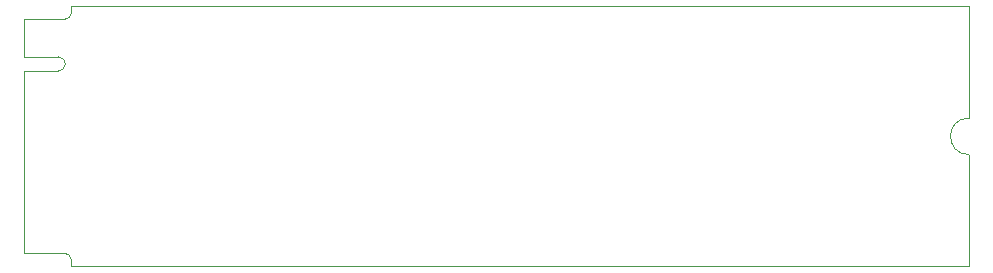
<source format=gm1>
G04 #@! TF.GenerationSoftware,KiCad,Pcbnew,(6.0.5)*
G04 #@! TF.CreationDate,2022-10-29T18:05:08-03:00*
G04 #@! TF.ProjectId,m2sata,6d327361-7461-42e6-9b69-6361645f7063,rev?*
G04 #@! TF.SameCoordinates,PXa9657a8PY54e0840*
G04 #@! TF.FileFunction,Profile,NP*
%FSLAX46Y46*%
G04 Gerber Fmt 4.6, Leading zero omitted, Abs format (unit mm)*
G04 Created by KiCad (PCBNEW (6.0.5)) date 2022-10-29 18:05:08*
%MOMM*%
%LPD*%
G01*
G04 APERTURE LIST*
G04 #@! TA.AperFunction,Profile*
%ADD10C,0.050000*%
G04 #@! TD*
G04 APERTURE END LIST*
D10*
X-76000000Y-22000000D02*
X0Y-22000000D01*
X0Y-22000000D02*
X0Y-12550000D01*
X0Y-9450000D02*
X0Y0D01*
X0Y0D02*
X-76000000Y0D01*
X0Y-9450000D02*
G75*
G03*
X0Y-12550000I0J-1550000D01*
G01*
X-77100000Y-5475000D02*
X-80000000Y-5475000D01*
X-80000000Y-11000000D02*
X-80000000Y-20925000D01*
X-80000000Y-4275000D02*
X-77100000Y-4275000D01*
X-80000000Y-20925000D02*
X-76500000Y-20925000D01*
X-80000000Y-5475000D02*
X-80000000Y-11000000D01*
X-76000000Y0D02*
X-76000000Y-575000D01*
X-76000000Y-21425000D02*
X-76000000Y-22000000D01*
X-80000000Y-1075000D02*
X-80000000Y-4275000D01*
X-76500000Y-1075000D02*
X-80000000Y-1075000D01*
X-77100000Y-5475000D02*
G75*
G03*
X-77100000Y-4275000I0J600000D01*
G01*
X-76000000Y-21425000D02*
G75*
G03*
X-76500000Y-20925000I-500000J0D01*
G01*
X-76500000Y-1075000D02*
G75*
G03*
X-76000000Y-575000I-1J500001D01*
G01*
M02*

</source>
